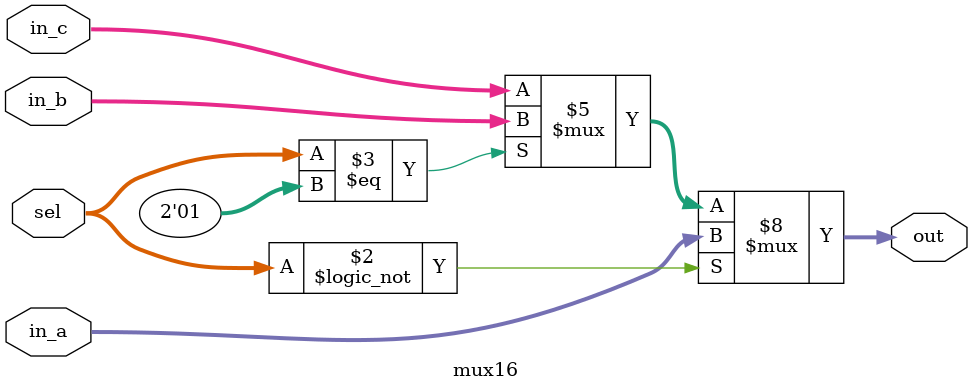
<source format=v>

`timescale 1ns/100ps

module mux16 (in_a, in_b, in_c, sel, out);

  /*
   *  16-BIT MULTIPLEXER - mux16.v
   *
   *  Inputs:
   *   - in_a (16 bits): First input to the multiplexer. Chosen when sel = 00.
   *   - in_b (16 bits): Second input to the multiplexer. Chosen when sel = 01.
   *   - in_b (16 bits): Second input to the multiplexer. Chosen when sel = 10.
   *   - sel: Controls which input is seen at the output.
   *
   *  Outputs:
   *   - out: Output from the multiplexer.
   *
   */

  input  [15:0] in_a;
  input  [15:0] in_b;
  input  [15:0] in_c;
  input  [1:0]  sel;
  output [15:0] out;

  reg   [15:0] out;
   
  always @ (in_a, in_b, in_c, sel)
  begin
  	if (sel == 2'b00)
	begin
        	out <= in_a;
	end
  	else if (sel == 2'b01)
	begin
        	out <= in_b;
	end
  	else //if (sel == 1'b10)
	begin
        	out <= in_c;
	end
  end

endmodule 

</source>
